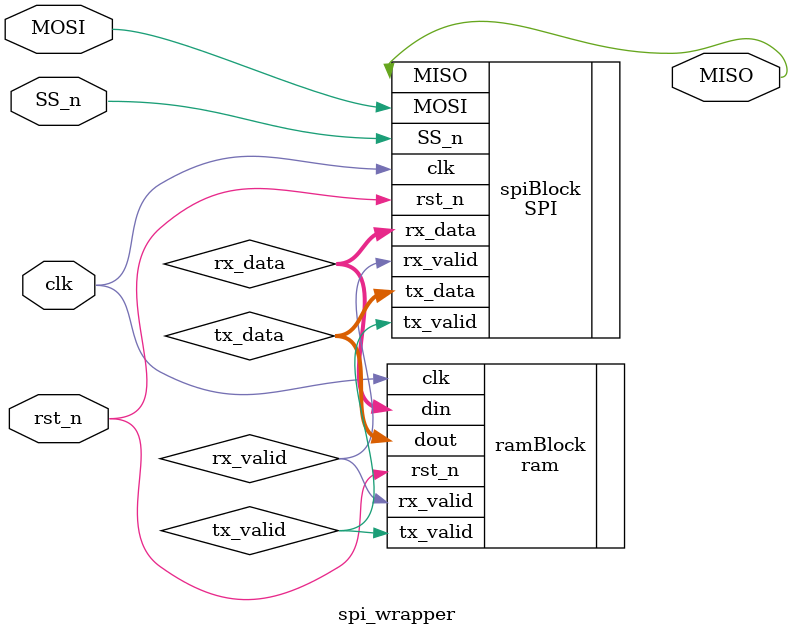
<source format=v>
module spi_wrapper (
    input clk,
    input rst_n,
    input MOSI,
    input SS_n,
    output MISO
);

    wire tx_valid, rx_valid;
    wire [9:0] rx_data;
    wire [7:0] tx_data;

    SPI spiBlock (
        .clk(clk),
        .rst_n(rst_n),
        .MOSI(MOSI),
        .SS_n(SS_n),
        .tx_valid(tx_valid),
        .tx_data(tx_data),
        .MISO(MISO),
        .rx_valid(rx_valid),
        .rx_data(rx_data)
    );

    ram #(
        .MEM_DEPTH(256),
        .ADDR_SIZE(8)
    ) ramBlock (
        .clk(clk),
        .rst_n(rst_n),
        .din(rx_data),
        .rx_valid(rx_valid),
        .dout(tx_data),
        .tx_valid(tx_valid)
    );
endmodule


</source>
